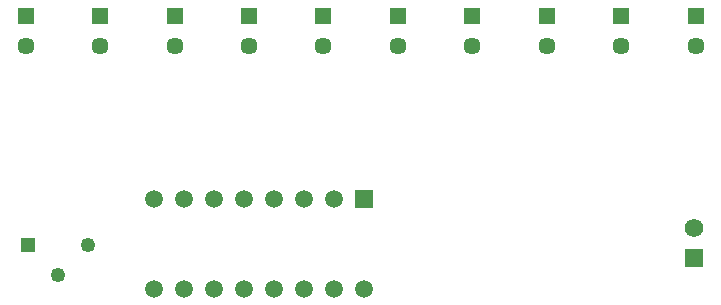
<source format=gbr>
G04*
G04 #@! TF.GenerationSoftware,Altium Limited,Altium Designer,24.1.2 (44)*
G04*
G04 Layer_Color=255*
%FSLAX44Y44*%
%MOMM*%
G71*
G04*
G04 #@! TF.SameCoordinates,BD343A0D-4BD6-4D64-9A7B-49F0AB29FDDA*
G04*
G04*
G04 #@! TF.FilePolarity,Positive*
G04*
G01*
G75*
%ADD22C,1.5700*%
%ADD23R,1.5700X1.5700*%
%ADD24R,1.2500X1.2500*%
%ADD25C,1.2500*%
%ADD26R,1.4500X1.4500*%
%ADD27C,1.4500*%
%ADD32C,1.5000*%
%ADD33R,1.5000X1.5000*%
D22*
X617982Y90170D02*
D03*
D23*
Y64770D02*
D03*
D24*
X53594Y75946D02*
D03*
D25*
X104394D02*
D03*
X78994Y50546D02*
D03*
D26*
X51816Y270256D02*
D03*
X618998D02*
D03*
X555978D02*
D03*
X492958D02*
D03*
X429937D02*
D03*
X366917D02*
D03*
X303897D02*
D03*
X240877D02*
D03*
X177856D02*
D03*
X114836D02*
D03*
D27*
X618998Y244856D02*
D03*
X555978D02*
D03*
X492958D02*
D03*
X429937D02*
D03*
X366917D02*
D03*
X303897D02*
D03*
X240877D02*
D03*
X177856D02*
D03*
X114836D02*
D03*
X51816D02*
D03*
D32*
X160274Y38862D02*
D03*
X185674D02*
D03*
X211074D02*
D03*
X236474D02*
D03*
X261874D02*
D03*
X287274D02*
D03*
X312674D02*
D03*
X338074D02*
D03*
X160274Y115062D02*
D03*
X185674D02*
D03*
X211074D02*
D03*
X236474D02*
D03*
X261874D02*
D03*
X287274D02*
D03*
X312674D02*
D03*
D33*
X338074D02*
D03*
M02*

</source>
